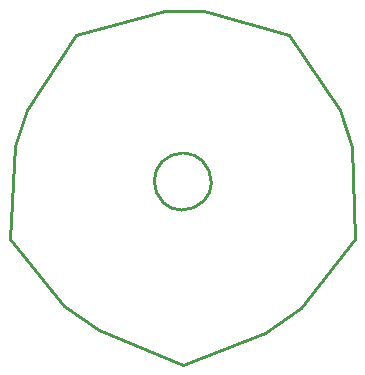
<source format=gm1>
%FSLAX25Y25*%
%MOIN*%
G70*
G01*
G75*
G04 Layer_Color=16711935*
%ADD10C,0.01000*%
D10*
X401000Y304500D02*
G03*
X394965Y307000I-6036J-6036D01*
G01*
X404000Y297257D02*
G03*
X401000Y304500I-10243J0D01*
G01*
X401642Y291142D02*
G03*
X404000Y296834I-5692J5692D01*
G01*
X394056Y288000D02*
G03*
X401642Y291142I0J10728D01*
G01*
X387985Y290515D02*
G03*
X394056Y288000I6071J6071D01*
G01*
X385000Y297722D02*
G03*
X387985Y290515I10192J0D01*
G01*
X387672Y304172D02*
G03*
X385000Y297722I6450J-6450D01*
G01*
X394500Y307000D02*
G03*
X387672Y304172I0J-9657D01*
G01*
X337000Y278500D02*
X338500Y309500D01*
X337000Y278500D02*
X355000Y256000D01*
X342500Y321500D02*
X359000Y346500D01*
X338500Y309500D02*
X342500Y321500D01*
X388500Y354500D02*
X401500Y354500D01*
X359000Y346500D02*
X388500Y354500D01*
X355000Y256000D02*
X366500Y248000D01*
X394500Y236500D01*
X422000Y247000D01*
X434000Y255500D01*
X452000Y278500D01*
X451000Y309000D02*
X452000Y278500D01*
X447000Y321500D02*
X451000Y309000D01*
X430000Y346500D02*
X447000Y321500D01*
X401500Y354500D02*
X430000Y346500D01*
X401000Y304500D02*
G03*
X394965Y307000I-6036J-6036D01*
G01*
X404000Y297257D02*
G03*
X401000Y304500I-10243J0D01*
G01*
X401642Y291142D02*
G03*
X404000Y296834I-5692J5692D01*
G01*
X394056Y288000D02*
G03*
X401642Y291142I0J10728D01*
G01*
X387985Y290515D02*
G03*
X394056Y288000I6071J6071D01*
G01*
X385000Y297722D02*
G03*
X387985Y290515I10192J0D01*
G01*
X387672Y304172D02*
G03*
X385000Y297722I6450J-6450D01*
G01*
X394500Y307000D02*
G03*
X387672Y304172I0J-9657D01*
G01*
X337000Y278500D02*
X338500Y309500D01*
X337000Y278500D02*
X355000Y256000D01*
X342500Y321500D02*
X359000Y346500D01*
X338500Y309500D02*
X342500Y321500D01*
X388500Y354500D02*
X401500Y354500D01*
X359000Y346500D02*
X388500Y354500D01*
X355000Y256000D02*
X366500Y248000D01*
X394500Y236500D01*
X422000Y247000D01*
X434000Y255500D01*
X452000Y278500D01*
X451000Y309000D02*
X452000Y278500D01*
X447000Y321500D02*
X451000Y309000D01*
X430000Y346500D02*
X447000Y321500D01*
X401500Y354500D02*
X430000Y346500D01*
M02*

</source>
